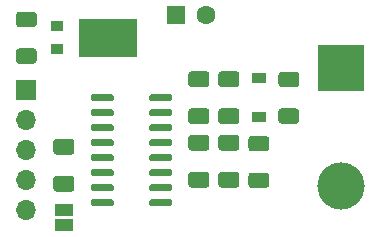
<source format=gbr>
%TF.GenerationSoftware,KiCad,Pcbnew,(5.1.9)-1*%
%TF.CreationDate,2021-10-27T02:20:14-05:00*%
%TF.ProjectId,BLDC_Cont,424c4443-5f43-46f6-9e74-2e6b69636164,rev?*%
%TF.SameCoordinates,Original*%
%TF.FileFunction,Soldermask,Top*%
%TF.FilePolarity,Negative*%
%FSLAX46Y46*%
G04 Gerber Fmt 4.6, Leading zero omitted, Abs format (unit mm)*
G04 Created by KiCad (PCBNEW (5.1.9)-1) date 2021-10-27 02:20:14*
%MOMM*%
%LPD*%
G01*
G04 APERTURE LIST*
%ADD10R,1.000000X0.950000*%
%ADD11R,4.900000X3.200000*%
%ADD12C,4.000000*%
%ADD13R,4.000000X4.000000*%
%ADD14R,1.600000X1.600000*%
%ADD15C,1.600000*%
%ADD16R,1.200000X0.900000*%
%ADD17R,1.700000X1.700000*%
%ADD18O,1.700000X1.700000*%
%ADD19R,1.500000X1.000000*%
G04 APERTURE END LIST*
D10*
%TO.C,D3*%
X163855000Y-108920000D03*
D11*
X168205000Y-107950000D03*
D10*
X163855000Y-106980000D03*
%TD*%
D12*
%TO.C,C7*%
X187960000Y-120490000D03*
D13*
X187960000Y-110490000D03*
%TD*%
%TO.C,C1*%
G36*
G01*
X163814998Y-116520000D02*
X165115002Y-116520000D01*
G75*
G02*
X165365000Y-116769998I0J-249998D01*
G01*
X165365000Y-117595002D01*
G75*
G02*
X165115002Y-117845000I-249998J0D01*
G01*
X163814998Y-117845000D01*
G75*
G02*
X163565000Y-117595002I0J249998D01*
G01*
X163565000Y-116769998D01*
G75*
G02*
X163814998Y-116520000I249998J0D01*
G01*
G37*
G36*
G01*
X163814998Y-119645000D02*
X165115002Y-119645000D01*
G75*
G02*
X165365000Y-119894998I0J-249998D01*
G01*
X165365000Y-120720002D01*
G75*
G02*
X165115002Y-120970000I-249998J0D01*
G01*
X163814998Y-120970000D01*
G75*
G02*
X163565000Y-120720002I0J249998D01*
G01*
X163565000Y-119894998D01*
G75*
G02*
X163814998Y-119645000I249998J0D01*
G01*
G37*
%TD*%
%TO.C,C2*%
G36*
G01*
X175244998Y-119302500D02*
X176545002Y-119302500D01*
G75*
G02*
X176795000Y-119552498I0J-249998D01*
G01*
X176795000Y-120377502D01*
G75*
G02*
X176545002Y-120627500I-249998J0D01*
G01*
X175244998Y-120627500D01*
G75*
G02*
X174995000Y-120377502I0J249998D01*
G01*
X174995000Y-119552498D01*
G75*
G02*
X175244998Y-119302500I249998J0D01*
G01*
G37*
G36*
G01*
X175244998Y-116177500D02*
X176545002Y-116177500D01*
G75*
G02*
X176795000Y-116427498I0J-249998D01*
G01*
X176795000Y-117252502D01*
G75*
G02*
X176545002Y-117502500I-249998J0D01*
G01*
X175244998Y-117502500D01*
G75*
G02*
X174995000Y-117252502I0J249998D01*
G01*
X174995000Y-116427498D01*
G75*
G02*
X175244998Y-116177500I249998J0D01*
G01*
G37*
%TD*%
%TO.C,C3*%
G36*
G01*
X177784998Y-116177500D02*
X179085002Y-116177500D01*
G75*
G02*
X179335000Y-116427498I0J-249998D01*
G01*
X179335000Y-117252502D01*
G75*
G02*
X179085002Y-117502500I-249998J0D01*
G01*
X177784998Y-117502500D01*
G75*
G02*
X177535000Y-117252502I0J249998D01*
G01*
X177535000Y-116427498D01*
G75*
G02*
X177784998Y-116177500I249998J0D01*
G01*
G37*
G36*
G01*
X177784998Y-119302500D02*
X179085002Y-119302500D01*
G75*
G02*
X179335000Y-119552498I0J-249998D01*
G01*
X179335000Y-120377502D01*
G75*
G02*
X179085002Y-120627500I-249998J0D01*
G01*
X177784998Y-120627500D01*
G75*
G02*
X177535000Y-120377502I0J249998D01*
G01*
X177535000Y-119552498D01*
G75*
G02*
X177784998Y-119302500I249998J0D01*
G01*
G37*
%TD*%
%TO.C,C4*%
G36*
G01*
X175244998Y-113930000D02*
X176545002Y-113930000D01*
G75*
G02*
X176795000Y-114179998I0J-249998D01*
G01*
X176795000Y-115005002D01*
G75*
G02*
X176545002Y-115255000I-249998J0D01*
G01*
X175244998Y-115255000D01*
G75*
G02*
X174995000Y-115005002I0J249998D01*
G01*
X174995000Y-114179998D01*
G75*
G02*
X175244998Y-113930000I249998J0D01*
G01*
G37*
G36*
G01*
X175244998Y-110805000D02*
X176545002Y-110805000D01*
G75*
G02*
X176795000Y-111054998I0J-249998D01*
G01*
X176795000Y-111880002D01*
G75*
G02*
X176545002Y-112130000I-249998J0D01*
G01*
X175244998Y-112130000D01*
G75*
G02*
X174995000Y-111880002I0J249998D01*
G01*
X174995000Y-111054998D01*
G75*
G02*
X175244998Y-110805000I249998J0D01*
G01*
G37*
%TD*%
%TO.C,C5*%
G36*
G01*
X177784998Y-110805000D02*
X179085002Y-110805000D01*
G75*
G02*
X179335000Y-111054998I0J-249998D01*
G01*
X179335000Y-111880002D01*
G75*
G02*
X179085002Y-112130000I-249998J0D01*
G01*
X177784998Y-112130000D01*
G75*
G02*
X177535000Y-111880002I0J249998D01*
G01*
X177535000Y-111054998D01*
G75*
G02*
X177784998Y-110805000I249998J0D01*
G01*
G37*
G36*
G01*
X177784998Y-113930000D02*
X179085002Y-113930000D01*
G75*
G02*
X179335000Y-114179998I0J-249998D01*
G01*
X179335000Y-115005002D01*
G75*
G02*
X179085002Y-115255000I-249998J0D01*
G01*
X177784998Y-115255000D01*
G75*
G02*
X177535000Y-115005002I0J249998D01*
G01*
X177535000Y-114179998D01*
G75*
G02*
X177784998Y-113930000I249998J0D01*
G01*
G37*
%TD*%
D14*
%TO.C,C6*%
X173990000Y-106045000D03*
D15*
X176490000Y-106045000D03*
%TD*%
D16*
%TO.C,D4*%
X180975000Y-111380000D03*
X180975000Y-114680000D03*
%TD*%
%TO.C,R3*%
G36*
G01*
X160664999Y-108850000D02*
X161915001Y-108850000D01*
G75*
G02*
X162165000Y-109099999I0J-249999D01*
G01*
X162165000Y-109900001D01*
G75*
G02*
X161915001Y-110150000I-249999J0D01*
G01*
X160664999Y-110150000D01*
G75*
G02*
X160415000Y-109900001I0J249999D01*
G01*
X160415000Y-109099999D01*
G75*
G02*
X160664999Y-108850000I249999J0D01*
G01*
G37*
G36*
G01*
X160664999Y-105750000D02*
X161915001Y-105750000D01*
G75*
G02*
X162165000Y-105999999I0J-249999D01*
G01*
X162165000Y-106800001D01*
G75*
G02*
X161915001Y-107050000I-249999J0D01*
G01*
X160664999Y-107050000D01*
G75*
G02*
X160415000Y-106800001I0J249999D01*
G01*
X160415000Y-105999999D01*
G75*
G02*
X160664999Y-105750000I249999J0D01*
G01*
G37*
%TD*%
%TO.C,R4*%
G36*
G01*
X182889999Y-110830000D02*
X184140001Y-110830000D01*
G75*
G02*
X184390000Y-111079999I0J-249999D01*
G01*
X184390000Y-111880001D01*
G75*
G02*
X184140001Y-112130000I-249999J0D01*
G01*
X182889999Y-112130000D01*
G75*
G02*
X182640000Y-111880001I0J249999D01*
G01*
X182640000Y-111079999D01*
G75*
G02*
X182889999Y-110830000I249999J0D01*
G01*
G37*
G36*
G01*
X182889999Y-113930000D02*
X184140001Y-113930000D01*
G75*
G02*
X184390000Y-114179999I0J-249999D01*
G01*
X184390000Y-114980001D01*
G75*
G02*
X184140001Y-115230000I-249999J0D01*
G01*
X182889999Y-115230000D01*
G75*
G02*
X182640000Y-114980001I0J249999D01*
G01*
X182640000Y-114179999D01*
G75*
G02*
X182889999Y-113930000I249999J0D01*
G01*
G37*
%TD*%
%TO.C,R5*%
G36*
G01*
X180349999Y-116265000D02*
X181600001Y-116265000D01*
G75*
G02*
X181850000Y-116514999I0J-249999D01*
G01*
X181850000Y-117315001D01*
G75*
G02*
X181600001Y-117565000I-249999J0D01*
G01*
X180349999Y-117565000D01*
G75*
G02*
X180100000Y-117315001I0J249999D01*
G01*
X180100000Y-116514999D01*
G75*
G02*
X180349999Y-116265000I249999J0D01*
G01*
G37*
G36*
G01*
X180349999Y-119365000D02*
X181600001Y-119365000D01*
G75*
G02*
X181850000Y-119614999I0J-249999D01*
G01*
X181850000Y-120415001D01*
G75*
G02*
X181600001Y-120665000I-249999J0D01*
G01*
X180349999Y-120665000D01*
G75*
G02*
X180100000Y-120415001I0J249999D01*
G01*
X180100000Y-119614999D01*
G75*
G02*
X180349999Y-119365000I249999J0D01*
G01*
G37*
%TD*%
%TO.C,U1*%
G36*
G01*
X166730000Y-113180000D02*
X166730000Y-112880000D01*
G75*
G02*
X166880000Y-112730000I150000J0D01*
G01*
X168530000Y-112730000D01*
G75*
G02*
X168680000Y-112880000I0J-150000D01*
G01*
X168680000Y-113180000D01*
G75*
G02*
X168530000Y-113330000I-150000J0D01*
G01*
X166880000Y-113330000D01*
G75*
G02*
X166730000Y-113180000I0J150000D01*
G01*
G37*
G36*
G01*
X166730000Y-114450000D02*
X166730000Y-114150000D01*
G75*
G02*
X166880000Y-114000000I150000J0D01*
G01*
X168530000Y-114000000D01*
G75*
G02*
X168680000Y-114150000I0J-150000D01*
G01*
X168680000Y-114450000D01*
G75*
G02*
X168530000Y-114600000I-150000J0D01*
G01*
X166880000Y-114600000D01*
G75*
G02*
X166730000Y-114450000I0J150000D01*
G01*
G37*
G36*
G01*
X166730000Y-115720000D02*
X166730000Y-115420000D01*
G75*
G02*
X166880000Y-115270000I150000J0D01*
G01*
X168530000Y-115270000D01*
G75*
G02*
X168680000Y-115420000I0J-150000D01*
G01*
X168680000Y-115720000D01*
G75*
G02*
X168530000Y-115870000I-150000J0D01*
G01*
X166880000Y-115870000D01*
G75*
G02*
X166730000Y-115720000I0J150000D01*
G01*
G37*
G36*
G01*
X166730000Y-116990000D02*
X166730000Y-116690000D01*
G75*
G02*
X166880000Y-116540000I150000J0D01*
G01*
X168530000Y-116540000D01*
G75*
G02*
X168680000Y-116690000I0J-150000D01*
G01*
X168680000Y-116990000D01*
G75*
G02*
X168530000Y-117140000I-150000J0D01*
G01*
X166880000Y-117140000D01*
G75*
G02*
X166730000Y-116990000I0J150000D01*
G01*
G37*
G36*
G01*
X166730000Y-118260000D02*
X166730000Y-117960000D01*
G75*
G02*
X166880000Y-117810000I150000J0D01*
G01*
X168530000Y-117810000D01*
G75*
G02*
X168680000Y-117960000I0J-150000D01*
G01*
X168680000Y-118260000D01*
G75*
G02*
X168530000Y-118410000I-150000J0D01*
G01*
X166880000Y-118410000D01*
G75*
G02*
X166730000Y-118260000I0J150000D01*
G01*
G37*
G36*
G01*
X166730000Y-119530000D02*
X166730000Y-119230000D01*
G75*
G02*
X166880000Y-119080000I150000J0D01*
G01*
X168530000Y-119080000D01*
G75*
G02*
X168680000Y-119230000I0J-150000D01*
G01*
X168680000Y-119530000D01*
G75*
G02*
X168530000Y-119680000I-150000J0D01*
G01*
X166880000Y-119680000D01*
G75*
G02*
X166730000Y-119530000I0J150000D01*
G01*
G37*
G36*
G01*
X166730000Y-120800000D02*
X166730000Y-120500000D01*
G75*
G02*
X166880000Y-120350000I150000J0D01*
G01*
X168530000Y-120350000D01*
G75*
G02*
X168680000Y-120500000I0J-150000D01*
G01*
X168680000Y-120800000D01*
G75*
G02*
X168530000Y-120950000I-150000J0D01*
G01*
X166880000Y-120950000D01*
G75*
G02*
X166730000Y-120800000I0J150000D01*
G01*
G37*
G36*
G01*
X166730000Y-122070000D02*
X166730000Y-121770000D01*
G75*
G02*
X166880000Y-121620000I150000J0D01*
G01*
X168530000Y-121620000D01*
G75*
G02*
X168680000Y-121770000I0J-150000D01*
G01*
X168680000Y-122070000D01*
G75*
G02*
X168530000Y-122220000I-150000J0D01*
G01*
X166880000Y-122220000D01*
G75*
G02*
X166730000Y-122070000I0J150000D01*
G01*
G37*
G36*
G01*
X171680000Y-122070000D02*
X171680000Y-121770000D01*
G75*
G02*
X171830000Y-121620000I150000J0D01*
G01*
X173480000Y-121620000D01*
G75*
G02*
X173630000Y-121770000I0J-150000D01*
G01*
X173630000Y-122070000D01*
G75*
G02*
X173480000Y-122220000I-150000J0D01*
G01*
X171830000Y-122220000D01*
G75*
G02*
X171680000Y-122070000I0J150000D01*
G01*
G37*
G36*
G01*
X171680000Y-120800000D02*
X171680000Y-120500000D01*
G75*
G02*
X171830000Y-120350000I150000J0D01*
G01*
X173480000Y-120350000D01*
G75*
G02*
X173630000Y-120500000I0J-150000D01*
G01*
X173630000Y-120800000D01*
G75*
G02*
X173480000Y-120950000I-150000J0D01*
G01*
X171830000Y-120950000D01*
G75*
G02*
X171680000Y-120800000I0J150000D01*
G01*
G37*
G36*
G01*
X171680000Y-119530000D02*
X171680000Y-119230000D01*
G75*
G02*
X171830000Y-119080000I150000J0D01*
G01*
X173480000Y-119080000D01*
G75*
G02*
X173630000Y-119230000I0J-150000D01*
G01*
X173630000Y-119530000D01*
G75*
G02*
X173480000Y-119680000I-150000J0D01*
G01*
X171830000Y-119680000D01*
G75*
G02*
X171680000Y-119530000I0J150000D01*
G01*
G37*
G36*
G01*
X171680000Y-118260000D02*
X171680000Y-117960000D01*
G75*
G02*
X171830000Y-117810000I150000J0D01*
G01*
X173480000Y-117810000D01*
G75*
G02*
X173630000Y-117960000I0J-150000D01*
G01*
X173630000Y-118260000D01*
G75*
G02*
X173480000Y-118410000I-150000J0D01*
G01*
X171830000Y-118410000D01*
G75*
G02*
X171680000Y-118260000I0J150000D01*
G01*
G37*
G36*
G01*
X171680000Y-116990000D02*
X171680000Y-116690000D01*
G75*
G02*
X171830000Y-116540000I150000J0D01*
G01*
X173480000Y-116540000D01*
G75*
G02*
X173630000Y-116690000I0J-150000D01*
G01*
X173630000Y-116990000D01*
G75*
G02*
X173480000Y-117140000I-150000J0D01*
G01*
X171830000Y-117140000D01*
G75*
G02*
X171680000Y-116990000I0J150000D01*
G01*
G37*
G36*
G01*
X171680000Y-115720000D02*
X171680000Y-115420000D01*
G75*
G02*
X171830000Y-115270000I150000J0D01*
G01*
X173480000Y-115270000D01*
G75*
G02*
X173630000Y-115420000I0J-150000D01*
G01*
X173630000Y-115720000D01*
G75*
G02*
X173480000Y-115870000I-150000J0D01*
G01*
X171830000Y-115870000D01*
G75*
G02*
X171680000Y-115720000I0J150000D01*
G01*
G37*
G36*
G01*
X171680000Y-114450000D02*
X171680000Y-114150000D01*
G75*
G02*
X171830000Y-114000000I150000J0D01*
G01*
X173480000Y-114000000D01*
G75*
G02*
X173630000Y-114150000I0J-150000D01*
G01*
X173630000Y-114450000D01*
G75*
G02*
X173480000Y-114600000I-150000J0D01*
G01*
X171830000Y-114600000D01*
G75*
G02*
X171680000Y-114450000I0J150000D01*
G01*
G37*
G36*
G01*
X171680000Y-113180000D02*
X171680000Y-112880000D01*
G75*
G02*
X171830000Y-112730000I150000J0D01*
G01*
X173480000Y-112730000D01*
G75*
G02*
X173630000Y-112880000I0J-150000D01*
G01*
X173630000Y-113180000D01*
G75*
G02*
X173480000Y-113330000I-150000J0D01*
G01*
X171830000Y-113330000D01*
G75*
G02*
X171680000Y-113180000I0J150000D01*
G01*
G37*
%TD*%
D17*
%TO.C,J4*%
X161290000Y-112395000D03*
D18*
X161290000Y-114935000D03*
X161290000Y-117475000D03*
X161290000Y-120015000D03*
X161290000Y-122555000D03*
%TD*%
D19*
%TO.C,J5*%
X164465000Y-123840000D03*
X164465000Y-122540000D03*
%TD*%
M02*

</source>
